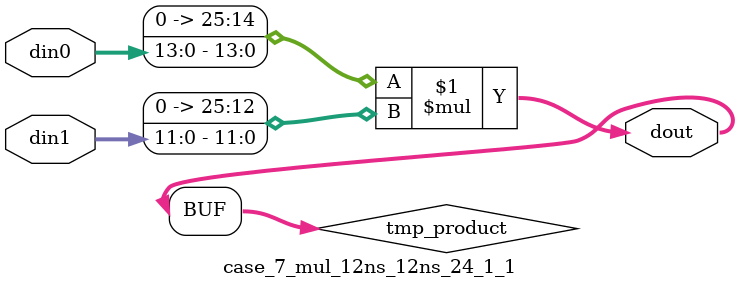
<source format=v>

`timescale 1 ns / 1 ps

 (* use_dsp = "no" *)  module case_7_mul_12ns_12ns_24_1_1(din0, din1, dout);
parameter ID = 1;
parameter NUM_STAGE = 0;
parameter din0_WIDTH = 14;
parameter din1_WIDTH = 12;
parameter dout_WIDTH = 26;

input [din0_WIDTH - 1 : 0] din0; 
input [din1_WIDTH - 1 : 0] din1; 
output [dout_WIDTH - 1 : 0] dout;

wire signed [dout_WIDTH - 1 : 0] tmp_product;
























assign tmp_product = $signed({1'b0, din0}) * $signed({1'b0, din1});











assign dout = tmp_product;





















endmodule

</source>
